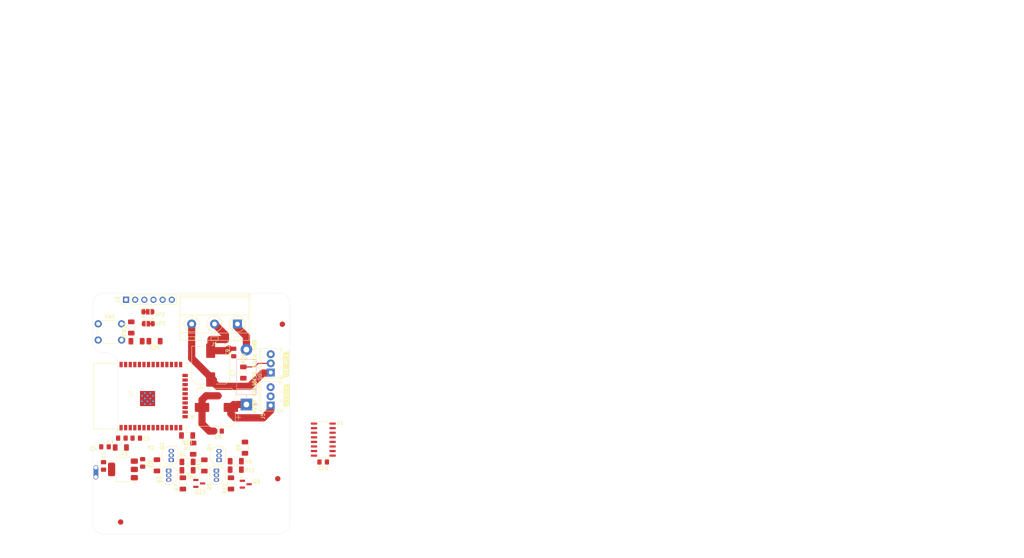
<source format=kicad_pcb>
(kicad_pcb (version 20240108) (generator "pcbnew") (generator_version "8.0")
  (layers (0 "F.Cu" signal) (31 "B.Cu" signal) (34 "B.Paste" user) (35 "F.Paste" user) (36 "B.SilkS" user "B.Silkscreen") (37 "F.SilkS" user "F.Silkscreen") (38 "B.Mask" user) (39 "F.Mask" user) (44 "Edge.Cuts" user))
  (net 0 "")
  (net 1 "GND3")
  (net 2 "+3V3")
  (net 3 "+5V")
  (net 4 "Net-(U2-EN)")
  (net 5 "LED1")
  (net 6 "Net-(J3-Pin_3)")
  (net 10 "Net-(J3-Pin_2)")
  (net 11 "LED2")
  (net 12 "+24V")
  (net 13 "LED3")
  (net 14 "RX")
  (net 15 "TX")
  (net 16 "Net-(Q1-C)")
  (net 17 "Net-(Q1-B)")
  (net 18 "Net-(Q2-B)")
  (net 19 "Net-(Q3-G)")
  (net 20 "Net-(Q4-C)")
  (net 21 "Net-(Q4-B)")
  (net 22 "Net-(Q5-B)")
  (net 23 "Net-(Q13-G)")
  (net 24 "Net-(R1-Pad1)")
  (net 25 "Net-(R3-Pad1)")
  (net 26 "CCT2_CW")
  (net 27 "Net-(R8-Pad1)")
  (net 28 "CCT2_WW")
  (net 29 "CCT1_CW")
  (net 30 "CCT1_WW")
  (net 31 "Net-(U2-IO12)")
  (net 32 "Net-(U2-IO0)")
  (net 33 "Net-(U2-IO2)")
  (net 55 "/CW1")
  (net 56 "/WW1")
  (net 57 "/V_IN")
  (net 58 "GND2")
  (net 59 "GND1")
  (net 60 "LED1_H")
  (net 61 "LED2_H")
  (net 62 "LED3_H")
  (net 63 "Net-(U1-Pad14)")
  (net 64 "Net-(J2-Pin_2)")
  (net 65 "Net-(U1-Pad11)")
  (net 66 "Net-(U1-Pad4)")
  (footprint "Package_TO_SOT_THT:TO-92_Inline" (layer "F.Cu") (at 61.1365 137.216201 90)
    (property "Reference" "Q1" (at 3.962389 -2.584 90) (layer "F.SilkS"))
    (property "Value" "BC327")
    (pad "1" thru_hole rect (at 0 0 90) (size 1.05 1.5) (drill 0.75) (layers "*.Cu" "*.Mask") (net 16 "Net-(Q1-C)"))
    (pad "2" thru_hole oval (at 1.27 0 90) (size 1.05 1.5) (drill 0.75) (layers "*.Cu" "*.Mask") (net 17 "Net-(Q1-B)"))
    (pad "3" thru_hole oval (at 2.54 0 90) (size 1.05 1.5) (drill 0.75) (layers "*.Cu" "*.Mask") (net 12 "+24V"))
  )
  (footprint "Connector_PinHeader_2.54mm:PinHeader_1x06_P2.54mm_Vertical" (layer "F.Cu") (at 48.59 92.76 90)
    (property "Reference" "J3" (at 0 -2.33 90) (layer "F.SilkS"))
    (property "Value" "Conn_01x06_Socket")
    (pad "1" thru_hole rect (at 0 0 90) (size 1.7 1.7) (drill 1) (layers "*.Cu" "*.Mask"))
    (pad "2" thru_hole oval (at 0 2.54 90) (size 1.7 1.7) (drill 1) (layers "*.Cu" "*.Mask") (net 10 "Net-(J3-Pin_2)"))
    (pad "3" thru_hole oval (at 0 5.08 90) (size 1.7 1.7) (drill 1) (layers "*.Cu" "*.Mask") (net 6 "Net-(J3-Pin_3)"))
    (pad "4" thru_hole oval (at 0 7.62 90) (size 1.7 1.7) (drill 1) (layers "*.Cu" "*.Mask"))
    (pad "5" thru_hole oval (at 0 10.16 90) (size 1.7 1.7) (drill 1) (layers "*.Cu" "*.Mask"))
    (pad "6" thru_hole oval (at 0 12.7 90) (size 1.7 1.7) (drill 1) (layers "*.Cu" "*.Mask") (net 1 "GND3"))
  )
  (footprint "Capacitor_SMD:C_1206_3216Metric_Pad1.33x1.80mm_HandSolder" (layer "F.Cu") (at 51.5075 104.27)
    (property "Reference" "R1" (at -3.43 -1.3 360) (layer "F.SilkS"))
    (property "Value" "4k7")
    (pad "1" smd roundrect (at -1.5625 0) (size 1.325 1.8) (layers "F.Cu" "F.Paste" "F.Mask") (roundrect_rratio 0.188679) (net 24 "Net-(R1-Pad1)"))
    (pad "2" smd roundrect (at 1.5625 0) (size 1.325 1.8) (layers "F.Cu" "F.Paste" "F.Mask") (roundrect_rratio 0.188679) (net 1 "GND3"))
  )
  (footprint "NetTie:NetTie-2_SMD_Pad2.0mm" (layer "F.Cu") (at 74.17 103.8 180)
    (property "Reference" "NT1" (hide yes))
    (property "Value" "NetTie_2" (hide yes))
    (fp_poly (pts (xy -2 -1) (xy 2 -1) (xy 2 1) (xy -2 1)) (fill solid) (layer "F.Cu"))
    (pad "1" smd circle (at -2 0 180) (size 2 2) (layers "F.Cu") (net 59 "GND1"))
    (pad "2" smd circle (at 2 0 180) (size 2 2) (layers "F.Cu") (net 58 "GND2"))
  )
  (footprint "Capacitor_SMD:C_1206_3216Metric_Pad1.33x1.80mm_HandSolder" (layer "F.Cu") (at 50.05 100.46 90)
    (property "Reference" "R24" (at 0 -1.85 90) (layer "F.SilkS"))
    (property "Value" "10k")
    (pad "1" smd roundrect (at -1.5625 0 90) (size 1.325 1.8) (layers "F.Cu" "F.Paste" "F.Mask") (roundrect_rratio 0.188679) (net 2 "+3V3"))
    (pad "2" smd roundrect (at 1.5625 0 90) (size 1.325 1.8) (layers "F.Cu" "F.Paste" "F.Mask") (roundrect_rratio 0.188679) (net 32 "Net-(U2-IO0)"))
  )
  (footprint "Capacitor_SMD:C_1206_3216Metric_Pad1.33x1.80mm_HandSolder" (layer "F.Cu") (at 81.59 133.8 90)
    (property "Reference" "R8" (at 0 -1.85 90) (layer "F.SilkS"))
    (property "Value" "10k")
    (pad "1" smd roundrect (at -1.5625 0 90) (size 1.325 1.8) (layers "F.Cu" "F.Paste" "F.Mask") (roundrect_rratio 0.188679) (net 27 "Net-(R8-Pad1)"))
    (pad "2" smd roundrect (at 1.5625 0 90) (size 1.325 1.8) (layers "F.Cu" "F.Paste" "F.Mask") (roundrect_rratio 0.188679) (net 12 "+24V"))
  )
  (footprint "Capacitor_SMD:C_1206_3216Metric_Pad1.33x1.80mm_HandSolder" (layer "F.Cu") (at 57.1653 138.702101 -90)
    (property "Reference" "R5" (at -0.218289 1.7428 90) (layer "F.SilkS"))
    (property "Value" "10k")
    (pad "1" smd roundrect (at -1.5625 0 270) (size 1.325 1.8) (layers "F.Cu" "F.Paste" "F.Mask") (roundrect_rratio 0.188679) (net 26 "CCT2_CW"))
    (pad "2" smd roundrect (at 1.5625 0 270) (size 1.325 1.8) (layers "F.Cu" "F.Paste" "F.Mask") (roundrect_rratio 0.188679) (net 18 "Net-(Q2-B)"))
  )
  (footprint "Fiducial:Fiducial_1.5mm_Mask3mm" (layer "F.Cu") (at 90.69 142.42)
    (property "Reference" "FID2" (hide yes))
    (property "Value" "Fiducial")
    (pad "" smd circle (at 0 0) (size 1.5 1.5) (layers "F.Cu" "F.Mask") (clearance 0.75))
  )
  (footprint "TerminalBlock_MetzConnect:TerminalBlock_MetzConnect_Type701_RT11L03HGLU_1x03_P6.35mm_Horizontal" (layer "F.Cu") (at 79.5 99.5 180)
    (property "Reference" "J1" (at 6.35 -5.56 180) (layer "F.SilkS"))
    (property "Value" "Screw_Terminal_01x03")
    (pad "1" thru_hole rect (at 0 0 180) (size 2.5 2.5) (drill 1.3) (layers "*.Cu" "*.Mask") (net 57 "/V_IN"))
    (pad "2" thru_hole circle (at 6.35 0 180) (size 2.5 2.5) (drill 1.3) (layers "*.Cu" "*.Mask") (net 59 "GND1"))
    (pad "3" thru_hole circle (at 12.7 0 180) (size 2.5 2.5) (drill 1.3) (layers "*.Cu" "*.Mask") (net 3 "+5V"))
  )
  (footprint "MountingHole:MountingHole_3.2mm_M3" (layer "F.Cu") (at 90.06 94.46)
    (property "Reference" "H2" (hide yes))
    (property "Value" "MountingHole")
    (pad "" np_thru_hole circle (at 0 0) (size 3.2 3.2) (drill 3.2) (layers "*.Cu" "*.Mask"))
  )
  (footprint "Package_TO_SOT_SMD:SOT-223-3_TabPin2" (layer "F.Cu") (at 47.74 139.8375 180)
    (property "Reference" "U3" (at -0.34 4.41 360) (layer "F.SilkS"))
    (property "Value" "AMS1117-3.3")
    (pad "1" smd roundrect (at -3.15 -2.3 180) (size 2 1.5) (layers "F.Cu" "F.Paste" "F.Mask") (net 58 "GND2"))
    (pad "2" smd roundrect (at -3.15 0 180) (size 2 1.5) (layers "F.Cu" "F.Paste" "F.Mask") (net 2 "+3V3"))
    (pad "2" smd roundrect (at 3.15 0 180) (size 2 3.8) (layers "F.Cu" "F.Paste" "F.Mask") (net 2 "+3V3"))
    (pad "3" smd roundrect (at -3.15 2.3 180) (size 2 1.5) (layers "F.Cu" "F.Paste" "F.Mask") (net 3 "+5V"))
  )
  (footprint "TerminalBlock_Phoenix:TerminalBlock_Phoenix_MPT-0,5-3-2.54_1x03_P2.54mm_Horizontal" (layer "F.Cu") (at 88.7128 122.099332 90)
    (property "Reference" "J5" (at -2.93975 -2.1428 90) (layer "F.SilkS"))
    (property "Value" "Screw_Terminal_01x03")
    (pad "" np_thru_hole circle (at 0 2.54 90) (size 1.1 1.1) (drill 1.1) (layers "*.Cu" "*.Mask"))
    (pad "" np_thru_hole circle (at 2.54 2.54 90) (size 1.1 1.1) (drill 1.1) (layers "*.Cu" "*.Mask"))
    (pad "" np_thru_hole circle (at 5.08 2.54 90) (size 1.1 1.1) (drill 1.1) (layers "*.Cu" "*.Mask"))
    (pad "1" thru_hole rect (at 0 0 90) (size 2.2 2.2) (drill 1.1) (layers "*.Cu" "*.Mask") (net 12 "+24V"))
    (pad "2" thru_hole circle (at 2.54 0 90) (size 2.2 2.2) (drill 1.1) (layers "*.Cu" "*.Mask") (net 55 "/CW1"))
    (pad "3" thru_hole circle (at 5.08 0 90) (size 2.2 2.2) (drill 1.1) (layers "*.Cu" "*.Mask") (net 56 "/WW1"))
  )
  (footprint "Jumper:SolderJumper-3_P1.3mm_Bridged12_RoundedPad1.0x1.5mm" (layer "F.Cu") (at 54.64 96.1025)
    (property "Reference" "JP2" (at 3.34 0.8 0) (layer "F.SilkS"))
    (property "Value" "SolderJumper_3_Bridged12")
    (fp_poly (pts (xy -0.9 -0.3) (xy -0.4 -0.3) (xy -0.4 0.3) (xy -0.9 0.3)) (fill solid) (layer "F.Cu"))
    (pad "1" smd custom (at -1.3 0) (size 1 0.5) (layers "F.Cu" "F.Mask") (net 14 "RX") (options (clearance outline) (anchor rect)) (primitives (gr_circle (center 0 0.25) (end 0.5 0.25) (width 0) (fill yes)) (gr_circle (center 0 -0.25) (end 0.5 -0.25) (width 0) (fill yes)) (gr_poly (pts (xy 0.55 0.75) (xy 0 0.75) (xy 0 -0.75) (xy 0.55 -0.75)) (width 0) (fill yes))))
    (pad "2" smd rect (at 0 0) (size 1 1.5) (layers "F.Cu" "F.Mask") (net 6 "Net-(J3-Pin_3)"))
    (pad "3" smd custom (at 1.3 0) (size 1 0.5) (layers "F.Cu" "F.Mask") (net 15 "TX") (options (clearance outline) (anchor rect)) (primitives (gr_circle (center 0 0.25) (end 0.5 0.25) (width 0) (fill yes)) (gr_circle (center 0 -0.25) (end 0.5 -0.25) (width 0) (fill yes)) (gr_poly (pts (xy 0 0.75) (xy -0.55 0.75) (xy -0.55 -0.75) (xy 0 -0.75)) (width 0) (fill yes))))
  )
  (footprint "MountingHole:MountingHole_3.2mm_M3" (layer "F.Cu") (at 89.11 147.38)
    (property "Reference" "H3" (hide yes))
    (property "Value" "MountingHole")
    (pad "" np_thru_hole circle (at 0 0) (size 3.2 3.2) (drill 3.2) (layers "*.Cu" "*.Mask"))
  )
  (footprint "Capacitor_SMD:C_1206_3216Metric_Pad1.33x1.80mm_HandSolder" (layer "F.Cu") (at 79.0375 137.563334)
    (property "Reference" "R9" (at 3.525 0.120478 0) (layer "F.SilkS"))
    (property "Value" "22k")
    (pad "1" smd roundrect (at -1.5625 0) (size 1.325 1.8) (layers "F.Cu" "F.Paste" "F.Mask") (roundrect_rratio 0.188679) (net 21 "Net-(Q4-B)"))
    (pad "2" smd roundrect (at 1.5625 0) (size 1.325 1.8) (layers "F.Cu" "F.Paste" "F.Mask") (roundrect_rratio 0.188679) (net 27 "Net-(R8-Pad1)"))
  )
  (footprint "Package_SO:SO-16_3.9x9.9mm_P1.27mm" (layer "F.Cu") (at 103.325 131.565)
    (property "Reference" "U1" (at 4.645 -4.66 360) (layer "F.SilkS"))
    (property "Value" "4049")
    (pad "1" smd roundrect (at -2.575 -4.445) (size 1.75 0.6) (layers "F.Cu" "F.Paste" "F.Mask") (net 3 "+5V"))
    (pad "2" smd roundrect (at -2.575 -3.175) (size 1.75 0.6) (layers "F.Cu" "F.Paste" "F.Mask") (net 65 "Net-(U1-Pad11)"))
    (pad "3" smd roundrect (at -2.575 -1.905) (size 1.75 0.6) (layers "F.Cu" "F.Paste" "F.Mask") (net 11 "LED2"))
    (pad "4" smd roundrect (at -2.575 -0.635) (size 1.75 0.6) (layers "F.Cu" "F.Paste" "F.Mask") (net 66 "Net-(U1-Pad4)"))
    (pad "5" smd roundrect (at -2.575 0.635) (size 1.75 0.6) (layers "F.Cu" "F.Paste" "F.Mask") (net 5 "LED1"))
    (pad "6" smd roundrect (at -2.575 1.905) (size 1.75 0.6) (layers "F.Cu" "F.Paste" "F.Mask") (net 63 "Net-(U1-Pad14)"))
    (pad "7" smd roundrect (at -2.575 3.175) (size 1.75 0.6) (layers "F.Cu" "F.Paste" "F.Mask") (net 13 "LED3"))
    (pad "8" smd roundrect (at -2.575 4.445) (size 1.75 0.6) (layers "F.Cu" "F.Paste" "F.Mask") (net 58 "GND2"))
    (pad "9" smd roundrect (at 2.575 4.445) (size 1.75 0.6) (layers "F.Cu" "F.Paste" "F.Mask") (net 66 "Net-(U1-Pad4)"))
    (pad "10" smd roundrect (at 2.575 3.175) (size 1.75 0.6) (layers "F.Cu" "F.Paste" "F.Mask") (net 60 "LED1_H"))
    (pad "11" smd roundrect (at 2.575 1.905) (size 1.75 0.6) (layers "F.Cu" "F.Paste" "F.Mask") (net 65 "Net-(U1-Pad11)"))
    (pad "12" smd roundrect (at 2.575 0.635) (size 1.75 0.6) (layers "F.Cu" "F.Paste" "F.Mask") (net 61 "LED2_H"))
    (pad "13" smd roundrect (at 2.575 -0.635) (size 1.75 0.6) (layers "F.Cu" "F.Paste" "F.Mask"))
    (pad "14" smd roundrect (at 2.575 -1.905) (size 1.75 0.6) (layers "F.Cu" "F.Paste" "F.Mask") (net 63 "Net-(U1-Pad14)"))
    (pad "15" smd roundrect (at 2.575 -3.175) (size 1.75 0.6) (layers "F.Cu" "F.Paste" "F.Mask") (net 62 "LED3_H"))
    (pad "16" smd roundrect (at 2.575 -4.445) (size 1.75 0.6) (layers "F.Cu" "F.Paste" "F.Mask"))
  )
  (footprint "Capacitor_SMD:C_1206_3216Metric_Pad1.33x1.80mm_HandSolder" (layer "F.Cu") (at 67.22 134.0775 90)
    (property "Reference" "R3" (at 0.608688 -1.8925 90) (layer "F.SilkS"))
    (property "Value" "10k")
    (pad "1" smd roundrect (at -1.5625 0 90) (size 1.325 1.8) (layers "F.Cu" "F.Paste" "F.Mask") (roundrect_rratio 0.188679) (net 25 "Net-(R3-Pad1)"))
    (pad "2" smd roundrect (at 1.5625 0 90) (size 1.325 1.8) (layers "F.Cu" "F.Paste" "F.Mask") (roundrect_rratio 0.188679) (net 12 "+24V"))
  )
  (footprint "Capacitor_SMD:C_1206_3216Metric_Pad1.33x1.80mm_HandSolder" (layer "F.Cu") (at 65.6562 140.072801 180)
    (property "Reference" "R6" (at -0.6013 -1.866011 0) (layer "F.SilkS"))
    (property "Value" "1k")
    (pad "1" smd roundrect (at -1.5625 0 180) (size 1.325 1.8) (layers "F.Cu" "F.Paste" "F.Mask") (roundrect_rratio 0.188679) (net 23 "Net-(Q13-G)"))
    (pad "2" smd roundrect (at 1.5625 0 180) (size 1.325 1.8) (layers "F.Cu" "F.Paste" "F.Mask") (roundrect_rratio 0.188679) (net 16 "Net-(Q1-C)"))
  )
  (footprint "Capacitor_SMD:C_1206_3216Metric_Pad1.33x1.80mm_HandSolder" (layer "F.Cu") (at 70.3253 138.735967 -90)
    (property "Reference" "R10" (at -0.262155 1.6528 90) (layer "F.SilkS"))
    (property "Value" "10k")
    (pad "1" smd roundrect (at -1.5625 0 270) (size 1.325 1.8) (layers "F.Cu" "F.Paste" "F.Mask") (roundrect_rratio 0.188679) (net 28 "CCT2_WW"))
    (pad "2" smd roundrect (at 1.5625 0 270) (size 1.325 1.8) (layers "F.Cu" "F.Paste" "F.Mask") (roundrect_rratio 0.188679) (net 22 "Net-(Q5-B)"))
  )
  (footprint "Capacitor_SMD:C_1206_3216Metric_Pad1.33x1.80mm_HandSolder" (layer "F.Cu") (at 65.54 130.42)
    (property "Reference" "R23" (at 0.0075 1.91 360) (layer "F.SilkS"))
    (property "Value" "10k/DNP")
    (pad "1" smd roundrect (at -1.5625 0) (size 1.325 1.8) (layers "F.Cu" "F.Paste" "F.Mask") (roundrect_rratio 0.188679) (net 31 "Net-(U2-IO12)"))
    (pad "2" smd roundrect (at 1.5625 0) (size 1.325 1.8) (layers "F.Cu" "F.Paste" "F.Mask") (roundrect_rratio 0.188679) (net 1 "GND3"))
  )
  (footprint "kibuzzard-672007E8" (layer "F.Cu") (at 84.15 119.48 90)
    (property "Reference" "kibuzzard-672007E8" (hide yes))
    (property "Value" "G***" (hide yes))
  )
  (footprint "TerminalBlock_Phoenix:TerminalBlock_Phoenix_MPT-0,5-3-2.54_1x03_P2.54mm_Horizontal" (layer "F.Cu") (at 88.74 112.95 90)
    (property "Reference" "J2" (at -3.465967 -3.7247 90) (layer "F.SilkS"))
    (property "Value" "Screw_Terminal_01x03")
    (pad "" np_thru_hole circle (at 0 2.54 90) (size 1.1 1.1) (drill 1.1) (layers "*.Cu" "*.Mask"))
    (pad "" np_thru_hole circle (at 2.54 2.54 90) (size 1.1 1.1) (drill 1.1) (layers "*.Cu" "*.Mask"))
    (pad "" np_thru_hole circle (at 5.08 2.54 90) (size 1.1 1.1) (drill 1.1) (layers "*.Cu" "*.Mask"))
    (pad "1" thru_hole rect (at 0 0 90) (size 2.2 2.2) (drill 1.1) (layers "*.Cu" "*.Mask") (net 3 "+5V"))
    (pad "2" thru_hole circle (at 2.54 0 90) (size 2.2 2.2) (drill 1.1) (layers "*.Cu" "*.Mask") (net 64 "Net-(J2-Pin_2)"))
    (pad "3" thru_hole circle (at 5.08 0 90) (size 2.2 2.2) (drill 1.1) (layers "*.Cu" "*.Mask") (net 58 "GND2"))
  )
  (footprint "Capacitor_SMD:C_0805_2012Metric_Pad1.18x1.45mm_HandSolder" (layer "F.Cu") (at 103.2925 137.78 180)
    (property "Reference" "C10" (at 0 -1.68 360) (layer "F.SilkS"))
    (property "Value" "100n")
    (pad "1" smd roundrect (at -1.0375 0 180) (size 1.175 1.45) (layers "F.Cu" "F.Paste" "F.Mask") (roundrect_rratio 0.212766) (net 3 "+5V"))
    (pad "2" smd roundrect (at 1.0375 0 180) (size 1.175 1.45) (layers "F.Cu" "F.Paste" "F.Mask") (roundrect_rratio 0.212766) (net 58 "GND2"))
  )
  (footprint "Capacitor_SMD:C_1206_3216Metric_Pad1.33x1.80mm_HandSolder" (layer "F.Cu") (at 65.6562 137.761401)
    (property "Reference" "R4" (at -1.3587 -1.902589 0) (layer "F.SilkS"))
    (property "Value" "22k")
    (pad "1" smd roundrect (at -1.5625 0) (size 1.325 1.8) (layers "F.Cu" "F.Paste" "F.Mask") (roundrect_rratio 0.188679) (net 17 "Net-(Q1-B)"))
    (pad "2" smd roundrect (at 1.5625 0) (size 1.325 1.8) (layers "F.Cu" "F.Paste" "F.Mask") (roundrect_rratio 0.188679) (net 25 "Net-(R3-Pad1)"))
  )
  (footprint "Capacitor_SMD:C_0805_2012Metric_Pad1.18x1.45mm_HandSolder" (layer "F.Cu") (at 51.43 131.16)
    (property "Reference" "C5" (at 2.81 0.15 0) (layer "F.SilkS"))
    (property "Value" "1u")
    (pad "1" smd roundrect (at -1.0375 0) (size 1.175 1.45) (layers "F.Cu" "F.Paste" "F.Mask") (roundrect_rratio 0.212766) (net 4 "Net-(U2-EN)"))
    (pad "2" smd roundrect (at 1.0375 0) (size 1.175 1.45) (layers "F.Cu" "F.Paste" "F.Mask") (roundrect_rratio 0.212766) (net 1 "GND3"))
  )
  (footprint "Capacitor_SMD:C_0805_2012Metric_Pad1.18x1.45mm_HandSolder" (layer "F.Cu") (at 53.2 138.03 -90)
    (property "Reference" "C2" (at 0 -1.68 90) (layer "F.SilkS"))
    (property "Value" "330n")
    (pad "1" smd roundrect (at -1.0375 0 270) (size 1.175 1.45) (layers "F.Cu" "F.Paste" "F.Mask") (roundrect_rratio 0.212766) (net 3 "+5V"))
    (pad "2" smd roundrect (at 1.0375 0 270) (size 1.175 1.45) (layers "F.Cu" "F.Paste" "F.Mask") (roundrect_rratio 0.212766) (net 58 "GND2"))
  )
  (footprint "Package_TO_SOT_SMD:SOT-23" (layer "F.Cu") (at 81.8025 143.94)
    (property "Reference" "Q3" (at 3.03 -0.726188 0) (layer "F.SilkS"))
    (property "Value" "AO3400A")
    (pad "1" smd roundrect (at -0.9375 -0.95) (size 1.475 0.6) (layers "F.Cu" "F.Paste" "F.Mask") (net 19 "Net-(Q3-G)"))
    (pad "2" smd roundrect (at -0.9375 0.95) (size 1.475 0.6) (layers "F.Cu" "F.Paste" "F.Mask") (net 59 "GND1"))
    (pad "3" smd roundrect (at 0.9375 0) (size 1.475 0.6) (layers "F.Cu" "F.Paste" "F.Mask") (net 56 "/WW1"))
  )
  (footprint "Capacitor_SMD:C_0805_2012Metric_Pad1.18x1.45mm_HandSolder" (layer "F.Cu") (at 42.7558 133.5618 180)
    (property "Reference" "C4" (at 3.1858 -0.5782 0) (layer "F.SilkS"))
    (property "Value" "10u")
    (pad "1" smd roundrect (at -1.0375 0 180) (size 1.175 1.45) (layers "F.Cu" "F.Paste" "F.Mask") (roundrect_rratio 0.212766) (net 2 "+3V3"))
    (pad "2" smd roundrect (at 1.0375 0 180) (size 1.175 1.45) (layers "F.Cu" "F.Paste" "F.Mask") (roundrect_rratio 0.212766) (net 1 "GND3"))
  )
  (footprint "Jumper:SolderJumper-3_P1.3mm_Bridged12_RoundedPad1.0x1.5mm" (layer "F.Cu") (at 54.78 99.4025 180)
    (property "Reference" "JP1" (at -3.52 0.13 0) (layer "F.SilkS"))
    (property "Value" "SolderJumper_3_Bridged12")
    (fp_poly (pts (xy -0.9 -0.3) (xy -0.4 -0.3) (xy -0.4 0.3) (xy -0.9 0.3)) (fill solid) (layer "F.Cu"))
    (pad "1" smd custom (at -1.3 0 180) (size 1 0.5) (layers "F.Cu" "F.Mask") (net 15 "TX") (options (clearance outline) (anchor rect)) (primitives (gr_circle (center 0 0.25) (end 0.5 0.25) (width 0) (fill yes)) (gr_circle (center 0 -0.25) (end 0.5 -0.25) (width 0) (fill yes)) (gr_poly (pts (xy 0.55 0.75) (xy 0 0.75) (xy 0 -0.75) (xy 0.55 -0.75)) (width 0) (fill yes))))
    (pad "2" smd rect (at 0 0 180) (size 1 1.5) (layers "F.Cu" "F.Mask") (net 10 "Net-(J3-Pin_2)"))
    (pad "3" smd custom (at 1.3 0 180) (size 1 0.5) (layers "F.Cu" "F.Mask") (net 14 "RX") (options (clearance outline) (anchor rect)) (primitives (gr_circle (center 0 0.25) (end 0.5 0.25) (width 0) (fill yes)) (gr_circle (center 0 -0.25) (end 0.5 -0.25) (width 0) (fill yes)) (gr_poly (pts (xy 0 0.75) (xy -0.55 0.75) (xy -0.55 -0.75) (xy 0 -0.75)) (width 0) (fill yes))))
  )
  (footprint "Capacitor_SMD:C_0805_2012Metric_Pad1.18x1.45mm_HandSolder" (layer "F.Cu") (at 42.35 138.8675 90)
    (property "Reference" "C1" (at 2.85 0.1 90) (layer "F.SilkS"))
    (property "Value" "100n")
    (pad "1" smd roundrect (at -1.0375 0 90) (size 1.175 1.45) (layers "F.Cu" "F.Paste" "F.Mask") (roundrect_rratio 0.212766) (net 2 "+3V3"))
    (pad "2" smd roundrect (at 1.0375 0 90) (size 1.175 1.45) (layers "F.Cu" "F.Paste" "F.Mask") (roundrect_rratio 0.212766) (net 1 "GND3"))
  )
  (footprint "Capacitor_SMD:C_1206_3216Metric_Pad1.33x1.80mm_HandSolder" (layer "F.Cu") (at 56.5 104.26 180)
    (property "Reference" "R25" (at 0 -1.85 360) (layer "F.SilkS"))
    (property "Value" "DNP")
    (pad "1" smd roundrect (at -1.5625 0 180) (size 1.325 1.8) (layers "F.Cu" "F.Paste" "F.Mask") (roundrect_rratio 0.188679) (net 33 "Net-(U2-IO2)"))
    (pad "2" smd roundrect (at 1.5625 0 180) (size 1.325 1.8) (layers "F.Cu" "F.Paste" "F.Mask") (roundrect_rratio 0.188679) (net 1 "GND3"))
  )
  (footprint "Capacitor_SMD:C_1206_3216Metric_Pad1.33x1.80mm_HandSolder" (layer "F.Cu") (at 47.15 133.75)
    (property "Reference" "R2" (at 8.3453 0.0943 0) (layer "F.SilkS"))
    (property "Value" "10k")
    (pad "1" smd roundrect (at -1.5625 0) (size 1.325 1.8) (layers "F.Cu" "F.Paste" "F.Mask") (roundrect_rratio 0.188679) (net 2 "+3V3"))
    (pad "2" smd roundrect (at 1.5625 0) (size 1.325 1.8) (layers "F.Cu" "F.Paste" "F.Mask") (roundrect_rratio 0.188679) (net 4 "Net-(U2-EN)"))
  )
  (footprint "Fiducial:Fiducial_1.5mm_Mask3mm" (layer "F.Cu") (at 47.09 154.43)
    (property "Reference" "FID1" (hide yes))
    (property "Value" "Fiducial")
    (pad "" smd circle (at 0 0) (size 1.5 1.5) (layers "F.Cu" "F.Mask") (clearance 0.75))
  )
  (footprint "Capacitor_SMD:CP_Elec_10x10" (layer "F.Cu") (at 72.07 110.9 90)
    (property "Reference" "C7" (at -2.2075 6.07 90) (layer "F.SilkS"))
    (property "Value" "470u")
    (pad "1" smd roundrect (at -4 0 90) (size 4 2.5) (layers "F.Cu" "F.Paste" "F.Mask") (roundrect_rratio 0.1) (net 3 "+5V"))
    (pad "2" smd roundrect (at 4 0 90) (size 4 2.5) (layers "F.Cu" "F.Paste" "F.Mask") (roundrect_rratio 0.1) (net 58 "GND2"))
  )
  (footprint "kibuzzard-670D998F" (layer "F.Cu") (at 93.14 119.25 90)
    (property "Reference" "kibuzzard-670D998F" (hide yes))
    (property "Value" "G***" (hide yes))
  )
  (footprint "Fiducial:Fiducial_1.5mm_Mask3mm" (layer "F.Cu") (at 91.96 99.56)
    (property "Reference" "FID3" (hide yes))
    (property "Value" "Fiducial")
    (pad "" smd circle (at 0 0) (size 1.5 1.5) (layers "F.Cu" "F.Mask") (clearance 0.75))
  )
  (footprint "Capacitor_SMD:C_0805_2012Metric_Pad1.18x1.45mm_HandSolder" (layer "F.Cu") (at 47.4358 131.1606 180)
    (property "Reference" "C3" (at 3.2858 -1.1994 0) (layer "F.SilkS"))
    (property "Value" "100n")
    (pad "1" smd roundrect (at -1.0375 0 180) (size 1.175 1.45) (layers "F.Cu" "F.Paste" "F.Mask") (roundrect_rratio 0.212766) (net 2 "+3V3"))
    (pad "2" smd roundrect (at 1.0375 0 180) (size 1.175 1.45) (layers "F.Cu" "F.Paste" "F.Mask") (roundrect_rratio 0.212766) (net 1 "GND3"))
  )
  (footprint "kibuzzard-670EF243" (layer "F.Cu") (at 84.2 109.22 90)
    (property "Reference" "kibuzzard-670EF243" (hide yes))
    (property "Value" "G***" (hide yes))
  )
  (footprint "Capacitor_SMD:C_1206_3216Metric_Pad1.33x1.80mm_HandSolder" (layer "F.Cu") (at 81.14 112.96 90)
    (property "Reference" "R26" (at 3.9 0.075 90) (layer "F.SilkS"))
    (property "Value" "1k")
    (pad "1" smd roundrect (at -1.5625 0 90) (size 1.325 1.8) (layers "F.Cu" "F.Paste" "F.Mask") (roundrect_rratio 0.188679) (net 60 "LED1_H"))
    (pad "2" smd roundrect (at 1.5625 0 90) (size 1.325 1.8) (layers "F.Cu" "F.Paste" "F.Mask") (roundrect_rratio 0.188679) (net 64 "Net-(J2-Pin_2)"))
  )
  (footprint "Button_Switch_THT:SW_PUSH_6mm_H5mm" (layer "F.Cu") (at 40.87 99.44)
    (property "Reference" "SW1" (at 3.25 -2 0) (layer "F.SilkS"))
    (property "Value" "Boot")
    (pad "1" thru_hole circle (at 0 0 90) (size 2 2) (drill 1.1) (layers "*.Cu" "*.Mask") (net 32 "Net-(U2-IO0)"))
    (pad "1" thru_hole circle (at 6.5 0 90) (size 2 2) (drill 1.1) (layers "*.Cu" "*.Mask") (net 32 "Net-(U2-IO0)"))
    (pad "2" thru_hole circle (at 0 4.5 90) (size 2 2) (drill 1.1) (layers "*.Cu" "*.Mask") (net 24 "Net-(R1-Pad1)"))
    (pad "2" thru_hole circle (at 6.5 4.5 90) (size 2 2) (drill 1.1) (layers "*.Cu" "*.Mask") (net 24 "Net-(R1-Pad1)"))
  )
  (footprint "Package_TO_SOT_THT:TO-92_Inline" (layer "F.Cu") (at 60.4165 140.188001 -90)
    (property "Reference" "Q2" (at 2.485811 2.724 90) (layer "F.SilkS"))
    (property "Value" "BC337")
    (pad "1" thru_hole rect (at 0 0 270) (size 1.05 1.5) (drill 0.75) (layers "*.Cu" "*.Mask") (net 17 "Net-(Q1-B)"))
    (pad "2" thru_hole oval (at 1.27 0 270) (size 1.05 1.5) (drill 0.75) (layers "*.Cu" "*.Mask") (net 18 "Net-(Q2-B)"))
    (pad "3" thru_hole oval (at 2.54 0 270) (size 1.05 1.5) (drill 0.75) (layers "*.Cu" "*.Mask") (net 59 "GND1"))
  )
  (footprint "Package_TO_SOT_SMD:SOT-23" (layer "F.Cu") (at 68.8975 143.72)
    (property "Reference" "Q13" (at 0.345 2.453812 0) (layer "F.SilkS"))
    (property "Value" "AO3400A")
    (pad "1" smd roundrect (at -0.9375 -0.95) (size 1.475 0.6) (layers "F.Cu" "F.Paste" "F.Mask") (net 23 "Net-(Q13-G)"))
    (pad "2" smd roundrect (at -0.9375 0.95) (size 1.475 0.6) (layers "F.Cu" "F.Paste" "F.Mask") (net 59 "GND1"))
    (pad "3" smd roundrect (at 0.9375 0) (size 1.475 0.6) (layers "F.Cu" "F.Paste" "F.Mask") (net 55 "/CW1"))
  )
  (footprint "kibuzzard-670D983B" (layer "F.Cu") (at 93.01 110.7 90)
    (property "Reference" "kibuzzard-670D983B" (hide yes))
    (property "Value" "G***" (hide yes))
  )
  (footprint "MountingHole:MountingHole_3.2mm_M3" (layer "F.Cu") (at 42.74 94.46)
    (property "Reference" "H4" (hide yes))
    (property "Value" "MountingHole")
    (pad "" np_thru_hole circle (at 0 0) (size 3.2 3.2) (drill 3.2) (layers "*.Cu" "*.Mask"))
  )
  (footprint "Package_TO_SOT_THT:TO-92_Inline" (layer "F.Cu") (at 73.675 140.19 -90)
    (property "Reference" "Q5" (at 4.383812 2.0125 90) (layer "F.SilkS"))
    (property "Value" "BC337")
    (pad "1" thru_hole rect (at 0 0 270) (size 1.05 1.5) (drill 0.75) (layers "*.Cu" "*.Mask") (net 21 "Net-(Q4-B)"))
    (pad "2" thru_hole oval (at 1.27 0 270) (size 1.05 1.5) (drill 0.75) (layers "*.Cu" "*.Mask") (net 22 "Net-(Q5-B)"))
    (pad "3" thru_hole oval (at 2.54 0 270) (size 1.05 1.5) (drill 0.75) (layers "*.Cu" "*.Mask") (net 59 "GND1"))
  )
  (footprint "Capacitor_SMD:C_1206_3216Metric_Pad1.33x1.80mm_HandSolder" (layer "F.Cu") (at 79.0375 139.891667 180)
    (property "Reference" "R11" (at -3.915 -0.202145 0) (layer "F.SilkS"))
    (property "Value" "1k")
    (pad "1" smd roundrect (at -1.5625 0 180) (size 1.325 1.8) (layers "F.Cu" "F.Paste" "F.Mask") (roundrect_rratio 0.188679) (net 19 "Net-(Q3-G)"))
    (pad "2" smd roundrect (at 1.5625 0 180) (size 1.325 1.8) (layers "F.Cu" "F.Paste" "F.Mask") (roundrect_rratio 0.188679) (net 20 "Net-(Q4-C)"))
  )
  (footprint "Library_Pia:ESP32-Wroom-32" (layer "F.Cu") (at 50.433 118.9432 90)
    (property "Reference" "U2" (at 0 -0.5 90) (layer "F.SilkS") (effects (font (thickness 0.1))))
    (property "Value" "ESP32-WROOM-32")
    (pad "1" smd rect (at -9.3 -3.21 90) (size 1.5 0.9) (layers "F.Cu" "F.Paste" "F.Mask") (net 1 "GND3"))
    (pad "2" smd rect (at -9.3 -1.94 90) (size 1.5 0.9) (layers "F.Cu" "F.Paste" "F.Mask") (net 2 "+3V3"))
    (pad "3" smd rect (at -9.3 -0.67 90) (size 1.5 0.9) (layers "F.Cu" "F.Paste" "F.Mask") (net 4 "Net-(U2-EN)"))
    (pad "4" smd rect (at -9.3 0.6 90) (size 1.5 0.9) (layers "F.Cu" "F.Paste" "F.Mask"))
    (pad "5" smd rect (at -9.3 1.87 90) (size 1.5 0.9) (layers "F.Cu" "F.Paste" "F.Mask"))
    (pad "6" smd rect (at -9.3 3.14 90) (size 1.5 0.9) (layers "F.Cu" "F.Paste" "F.Mask"))
    (pad "7" smd rect (at -9.3 4.41 90) (size 1.5 0.9) (layers "F.Cu" "F.Paste" "F.Mask"))
    (pad "8" smd rect (at -9.3 5.68 90) (size 1.5 0.9) (layers "F.Cu" "F.Paste" "F.Mask") (net 26 "CCT2_CW"))
    (pad "9" smd rect (at -9.3 6.95 90) (size 1.5 0.9) (layers "F.Cu" "F.Paste" "F.Mask") (net 28 "CCT2_WW"))
    (pad "10" smd rect (at -9.3 8.22 90) (size 1.5 0.9) (layers "F.Cu" "F.Paste" "F.Mask") (net 13 "LED3"))
    (pad "11" smd rect (at -9.3 9.49 90) (size 1.5 0.9) (layers "F.Cu" "F.Paste" "F.Mask") (net 29 "CCT1_CW"))
    (pad "12" smd rect (at -9.3 10.76 90) (size 1.5 0.9) (layers "F.Cu" "F.Paste" "F.Mask") (net 30 "CCT1_WW"))
    (pad "13" smd rect (at -9.3 12.03 90) (size 1.5 0.9) (layers "F.Cu" "F.Paste" "F.Mask"))
    (pad "14" smd rect (at -9.3 13.3 90) (size 1.5 0.9) (layers "F.Cu" "F.Paste" "F.Mask") (net 31 "Net-(U2-IO12)"))
    (pad "15" smd rect (at -6.26 14.55 180) (size 1.5 0.9) (layers "F.Cu" "F.Paste" "F.Mask") (net 1 "GND3"))
    (pad "16" smd rect (at -4.99 14.55 180) (size 1.5 0.9) (layers "F.Cu" "F.Paste" "F.Mask"))
    (pad "17" smd rect (at -3.72 14.55 180) (size 1.5 0.9) (layers "F.Cu" "F.Paste" "F.Mask"))
    (pad "18" smd rect (at -2.45 14.55 180) (size 1.5 0.9) (layers "F.Cu" "F.Paste" "F.Mask"))
    (pad "19" smd rect (at -1.18 14.55 180) (size 1.5 0.9) (layers "F.Cu" "F.Paste" "F.Mask"))
    (pad "20" smd rect (at 0.09 14.55 180) (size 1.5 0.9) (layers "F.Cu" "F.Paste" "F.Mask"))
    (pad "21" smd rect (at 1.36 14.55 180) (size 1.5 0.9) (layers "F.Cu" "F.Paste" "F.Mask"))
    (pad "22" smd rect (at 2.63 14.55 180) (size 1.5 0.9) (layers "F.Cu" "F.Paste" "F.Mask"))
    (pad "23" smd rect (at 3.9 14.55 180) (size 1.5 0.9) (layers "F.Cu" "F.Paste" "F.Mask"))
    (pad "24" smd rect (at 5.17 14.55 180) (size 1.5 0.9) (layers "F.Cu" "F.Paste" "F.Mask") (net 33 "Net-(U2-IO2)"))
    (pad "25" smd rect (at 8.2 13.3 90) (size 1.5 0.9) (layers "F.Cu" "F.Paste" "F.Mask") (net 32 "Net-(U2-IO0)"))
    (pad "26" smd rect (at 8.2 12.03 90) (size 1.5 0.9) (layers "F.Cu" "F.Paste" "F.Mask"))
    (pad "27" smd rect (at 8.2 10.76 90) (size 1.5 0.9) (layers "F.Cu" "F.Paste" "F.Mask"))
    (pad "28" smd rect (at 8.2 9.49 90) (size 1.5 0.9) (layers "F.Cu" "F.Paste" "F.Mask"))
    (pad "29" smd rect (at 8.2 8.22 90) (size 1.5 0.9) (layers "F.Cu" "F.Paste" "F.Mask"))
    (pad "30" smd rect (at 8.2 6.95 90) (size 1.5 0.9) (layers "F.Cu" "F.Paste" "F.Mask"))
    (pad "31" smd rect (at 8.2 5.68 90) (size 1.5 0.9) (layers "F.Cu" "F.Paste" "F.Mask"))
    (pad "32" smd rect (at 8.2 4.41 90) (size 1.5 0.9) (layers "F.Cu" "F.Paste" "F.Mask"))
    (pad "33" smd rect (at 8.2 3.14 90) (size 1.5 0.9) (layers "F.Cu" "F.Paste" "F.Mask"))
    (pad "34" smd rect (at 8.2 1.87 90) (size 1.5 0.9) (layers "F.Cu" "F.Paste" "F.Mask") (net 15 "TX"))
    (pad "35" smd rect (at 8.2 0.6 90) (size 1.5 0.9) (layers "F.Cu" "F.Paste" "F.Mask") (net 14 "RX"))
    (pad "36" smd rect (at 8.2 -0.67 90) (size 1.5 0.9) (layers "F.Cu" "F.Paste" "F.Mask") (net 11 "LED2"))
    (pad "37" smd rect (at 8.2 -1.94 90) (size 1.5 0.9) (layers "F.Cu" "F.Paste" "F.Mask") (net 5 "LED1"))
    (pad "38" smd rect (at 8.2 -3.21 90) (size 1.5 0.9) (layers "F.Cu" "F.Paste" "F.Mask") (net 1 "GND3"))
    (pad "39" smd rect (at -2.755 2.605 90) (size 1.05 1.05) (layers "F.Cu" "F.Paste") (net 1 "GND3"))
    (pad "39" thru_hole circle (at -2.755 3.3675 90) (size 0.6 0.6) (drill 0.2) (property pad_prop_heatsink) (layers "*.Cu" "F.Mask") (net 1 "GND3"))
    (pad "39" smd rect (at -2.755 4.13 90) (size 1.05 1.05) (layers "F.Cu" "F.Paste") (net 1 "GND3"))
    (pad "39" thru_hole circle (at -2.755 4.8925 90) (size 0.6 0.6) (drill 0.2) (property pad_prop_heatsink) (layers "*.Cu" "F.Mask") (net 1 "GND3"))
    (pad "39" smd rect (at -2.755 5.655 90) (size 1.05 1.05) (layers "F.Cu" "F.Paste") (net 1 "GND3"))
    (pad "39" thru_hole circle (at -1.9925 2.605 90) (size 0.6 0.6) (drill 0.2) (property pad_prop_heatsink) (layers "*.Cu" "F.Mask") (net 1 "GND3"))
    (pad "39" thru_hole circle (at -1.9925 4.13 90) (size 0.6 0.6) (drill 0.2) (property pad_prop_heatsink) (layers "*.Cu" "F.Mask") (net 1 "GND3"))
    (pad "39" thru_hole circle (at -1.9925 5.655 90) (size 0.6 0.6) (drill 0.2) (property pad_prop_heatsink) (layers "*.Cu" "F.Mask") (net 1 "GND3"))
    (pad "39" smd rect (at -1.23 2.605 90) (size 1.05 1.05) (layers "F.Cu" "F.Paste") (net 1 "GND3"))
    (pad "39" thru_hole circle (at -1.23 3.3675 90) (size 0.6 0.6) (drill 0.2) (property pad_prop_heatsink) (layers "*.Cu" "F.Mask") (net 1 "GND3"))
    (pad "39" smd rect (at -1.23 4.13 90) (size 1.05 1.05) (layers "F.Cu" "F.Paste") (net 1 "GND3"))
    (pad "39" smd rect (at -1.23 4.13 90) (size 4.2 4.2) (layers "F.Cu" "F.Mask") (net 1 "GND3"))
    (pad "39" thru_hole circle (at -1.23 4.8925 90) (size 0.6 0.6) (drill 0.2) (property pad_prop_heatsink) (layers "*.Cu" "F.Mask") (net 1 "GND3"))
    (pad "39" smd rect (at -1.23 5.655 90) (size 1.05 1.05) (layers "F.Cu" "F.Paste") (net 1 "GND3"))
    (pad "39" thru_hole circle (at -0.4675 2.605 90) (size 0.6 0.6) (drill 0.2) (property pad_prop_heatsink) (layers "*.Cu" "F.Mask") (net 1 "GND3"))
    (pad "39" thru_hole circle (at -0.4675 4.13 90) (size 0.6 0.6) (drill 0.2) (property pad_prop_heatsink) (layers "*.Cu" "F.Mask") (net 1 "GND3"))
    (pad "39" thru_hole circle (at -0.4675 5.655 90) (size 0.6 0.6) (drill 0.2) (property pad_prop_heatsink) (layers "*.Cu" "F.Mask") (net 1 "GND3"))
    (pad "39" smd rect (at 0.295 2.605 90) (size 1.05 1.05) (layers "F.Cu" "F.Paste") (net 1 "GND3"))
    (pad "39" thru_hole circle (at 0.295 3.3675 90) (size 0.6 0.6) (drill 0.2) (property pad_prop_heatsink) (layers "*.Cu" "F.Mask") (net 1 "GND3"))
    (pad "39" smd rect (at 0.295 4.13 90) (size 1.05 1.05) (layers "F.Cu" "F.Paste") (net 1 "GND3"))
    (pad "39" thru_hole circle (at 0.295 4.8925 90) (size 0.6 0.6) (drill 0.2) (property pad_prop_heatsink) (layers "*.Cu" "F.Mask") (net 1 "GND3"))
    (pad "39" smd rect (at 0.295 5.655 90) (size 1.05 1.05) (layers "F.Cu" "F.Paste") (net 1 "GND3"))
  )
  (footprint "Package_TO_SOT_THT:TO-92_Inline" (layer "F.Cu") (at 74.3937 137.262767 90)
    (property "Reference" "Q4" (at 3.638955 -2.7712 90) (layer "F.SilkS"))
    (property "Value" "BC327")
    (pad "1" thru_hole rect (at 0 0 90) (size 1.05 1.5) (drill 0.75) (layers "*.Cu" "*.Mask") (net 20 "Net-(Q4-C)"))
    (pad "2" thru_hole oval (at 1.27 0 90) (size 1.05 1.5) (drill 0.75) (layers "*.Cu" "*.Mask") (net 21 "Net-(Q4-B)"))
    (pad "3" thru_hole oval (at 2.54 0 90) (size 1.05 1.5) (drill 0.75) (layers "*.Cu" "*.Mask") (net 12 "+24V"))
  )
  (footprint "Capacitor_SMD:C_1206_3216Metric_Pad1.33x1.80mm_HandSolder" (layer "F.Cu") (at 77.705 143.72 90)
    (property "Reference" "R12" (at -1.403812 -1.6925 90) (layer "F.SilkS"))
    (property "Value" "1k")
    (pad "1" smd roundrect (at -1.5625 0 90) (size 1.325 1.8) (layers "F.Cu" "F.Paste" "F.Mask") (roundrect_rratio 0.188679) (net 59 "GND1"))
    (pad "2" smd roundrect (at 1.5625 0 90) (size 1.325 1.8) (layers "F.Cu" "F.Paste" "F.Mask") (roundrect_rratio 0.188679) (net 19 "Net-(Q3-G)"))
  )
  (footprint "MountingHole:MountingHole_3.2mm_M3" (layer "F.Cu") (at 42 152.45)
    (property "Reference" "H1" (hide yes))
    (property "Value" "MountingHole")
    (pad "" np_thru_hole circle (at 0 0) (size 3.2 3.2) (drill 3.2) (layers "*.Cu" "*.Mask"))
  )
  (footprint "Capacitor_SMD:CP_Elec_10x10" (layer "F.Cu") (at 73.68 122.63 180)
    (property "Reference" "C6" (at 7.1 -2.67 360) (layer "F.SilkS"))
    (property "Value" "470u")
    (pad "1" smd roundrect (at -4 0 180) (size 4 2.5) (layers "F.Cu" "F.Paste" "F.Mask") (roundrect_rratio 0.1) (net 12 "+24V"))
    (pad "2" smd roundrect (at 4 0 180) (size 4 2.5) (layers "F.Cu" "F.Paste" "F.Mask") (roundrect_rratio 0.1) (net 59 "GND1"))
  )
  (footprint "Capacitor_SMD:C_0805_2012Metric_Pad1.18x1.45mm_HandSolder" (layer "F.Cu") (at 74.12 129.2 180)
    (property "Reference" "C8" (at 0 -1.68 360) (layer "F.SilkS"))
    (property "Value" "330n")
    (pad "1" smd roundrect (at -1.0375 0 180) (size 1.175 1.45) (layers "F.Cu" "F.Paste" "F.Mask") (roundrect_rratio 0.212766) (net 12 "+24V"))
    (pad "2" smd roundrect (at 1.0375 0 180) (size 1.175 1.45) (layers "F.Cu" "F.Paste" "F.Mask") (roundrect_rratio 0.212766) (net 59 "GND1"))
  )
  (footprint "Capacitor_SMD:C_0805_2012Metric_Pad1.18x1.45mm_HandSolder" (layer "F.Cu") (at 78.48 107.4 90)
    (property "Reference" "C9" (at 0 -1.68 90) (layer "F.SilkS"))
    (property "Value" "330n")
    (pad "1" smd roundrect (at -1.0375 0 90) (size 1.175 1.45) (layers "F.Cu" "F.Paste" "F.Mask") (roundrect_rratio 0.212766) (net 3 "+5V"))
    (pad "2" smd roundrect (at 1.0375 0 90) (size 1.175 1.45) (layers "F.Cu" "F.Paste" "F.Mask") (roundrect_rratio 0.212766) (net 58 "GND2"))
  )
  (footprint "Capacitor_SMD:C_1206_3216Metric_Pad1.33x1.80mm_HandSolder" (layer "F.Cu") (at 64.36 143.72 90)
    (property "Reference" "R7" (at -1.166312 -1.7725 90) (layer "F.SilkS"))
    (property "Value" "1k")
    (pad "1" smd roundrect (at -1.5625 0 90) (size 1.325 1.8) (layers "F.Cu" "F.Paste" "F.Mask") (roundrect_rratio 0.188679) (net 59 "GND1"))
    (pad "2" smd roundrect (at 1.5625 0 90) (size 1.325 1.8) (layers "F.Cu" "F.Paste" "F.Mask") (roundrect_rratio 0.188679) (net 23 "Net-(Q13-G)"))
  )
  (footprint "NetTie:NetTie-2_THT_Pad1.0mm" (layer "B.Cu") (at 40.2225 141.94 90)
    (property "Reference" "NT2" (hide yes))
    (property "Value" "NetTie_2" (hide yes))
    (fp_poly (pts (xy 0 0.65) (xy 2.6 0.65) (xy 2.6 -0.65) (xy 0 -0.65)) (fill solid) (layer "F.Cu"))
    (fp_poly (pts (xy 0 0.65) (xy 2.6 0.65) (xy 2.6 -0.65) (xy 0 -0.65)) (fill solid) (layer "B.Cu"))
    (pad "1" thru_hole circle (at 0 0 90) (size 1.3 1.3) (drill 1) (layers "*.Cu") (net 58 "GND2"))
    (pad "2" thru_hole circle (at 2.6 0 90) (size 1.3 1.3) (drill 1) (layers "*.Cu") (net 1 "GND3"))
  )
  (footprint "Diode_THT:D_DO-201AD_P15.24mm_Horizontal" (layer "B.Cu") (at 81.99 121.83 90)
    (property "Reference" "D2" (at 7.62 3.72 90) (layer "B.SilkS") (effects (justify mirror)))
    (property "Value" "SR 804 TSC")
    (fp_text user "K" (at 0 2.6 90) (layer "B.SilkS") (effects (justify mirror)))
    (pad "1" thru_hole rect (at 0 0 90) (size 3.2 3.2) (drill 1.6) (layers "*.Cu" "*.Mask") (net 12 "+24V"))
    (pad "2" thru_hole oval (at 15.24 0 90) (size 3.2 3.2) (drill 1.6) (layers "*.Cu" "*.Mask") (net 57 "/V_IN"))
  )
  (gr_line (start 46.28 110.5) (end 46.27 128.49) (stroke (width 0.05)) (layer "Edge.Cuts"))
  (gr_line (start 39.351609 154.781609) (end 39.38 134.49) (stroke (width 0.05)) (layer "Edge.Cuts"))
  (gr_line (start 43.27 107.49) (end 42.38 107.495) (stroke (width 0.05)) (layer "Edge.Cuts"))
  (gr_arc (start 39.3586 93.9624) (mid 40.240209 91.834009) (end 42.3686 90.9524) (stroke (width 0.05)) (layer "Edge.Cuts"))
  (gr_line (start 42.361609 157.791609) (end 91.031609 157.801609) (stroke (width 0.05)) (layer "Edge.Cuts"))
  (gr_line (start 94.041609 154.791609) (end 94.05 93.93) (stroke (width 0.05)) (layer "Edge.Cuts"))
  (gr_arc (start 42.361609 157.791609) (mid 40.233218 156.91) (end 39.351609 154.781609) (stroke (width 0.05)) (layer "Edge.Cuts"))
  (gr_line (start 91.04 90.92) (end 42.3686 90.9524) (stroke (width 0.05)) (layer "Edge.Cuts"))
  (gr_arc (start 46.27 128.49) (mid 45.388391 130.618391) (end 43.26 131.5) (stroke (width 0.05)) (layer "Edge.Cuts"))
  (gr_arc (start 39.38 134.49) (mid 40.261609 132.361609) (end 42.39 131.48) (stroke (width 0.05)) (layer "Edge.Cuts"))
  (gr_line (start 43.26 131.5) (end 42.39 131.48) (stroke (width 0.05)) (layer "Edge.Cuts"))
  (gr_arc (start 94.041609 154.791609) (mid 93.16 156.92) (end 91.031609 157.801609) (stroke (width 0.05)) (layer "Edge.Cuts"))
  (gr_arc (start 91.04 90.92) (mid 93.168391 91.801609) (end 94.05 93.93) (stroke (width 0.05)) (layer "Edge.Cuts"))
  (gr_arc (start 42.38 107.495) (mid 40.251609 106.613391) (end 39.37 104.485) (stroke (width 0.05)) (layer "Edge.Cuts"))
  (gr_line (start 39.3586 93.9624) (end 39.37 104.485) (stroke (width 0.05)) (layer "Edge.Cuts"))
  (gr_arc (start 43.27 107.49) (mid 45.398391 108.371609) (end 46.28 110.5) (stroke (width 0.05)) (layer "Edge.Cuts"))
  (segment (start 72.835 115.665) (end 73.955 116.785) (width 2) (layer "F.Cu") (net 3))
  (segment (start 72.835 115.025) (end 72.835 115.665) (width 2) (layer "F.Cu") (net 3))
  (segment (start 66.8 99.5) (end 66.8 108.99) (width 2) (layer "F.Cu") (net 3))
  (segment (start 82.865 116.785) (end 86.54 113.11) (width 2) (layer "F.Cu") (net 3))
  (segment (start 73.955 116.785) (end 82.865 116.785) (width 2) (layer "F.Cu") (net 3))
  (segment (start 66.8 108.99) (end 72.835 115.025) (width 2) (layer "F.Cu") (net 3))
  (segment (start 72.07 114.9) (end 72.835 115.665) (width 2) (layer "F.Cu") (net 3))
  (segment (start 86.54 113.11) (end 88.74 113.11) (width 2) (layer "F.Cu") (net 3))
  (segment (start 78.83 125.52) (end 77.68 124.37) (width 2) (layer "F.Cu") (net 12))
  (segment (start 88.7128 123.4972) (end 86.69 125.52) (width 2) (layer "F.Cu") (net 12))
  (segment (start 86.69 125.52) (end 78.83 125.52) (width 2) (layer "F.Cu") (net 12))
  (segment (start 81.99 121.83) (end 78.48 121.83) (width 2) (layer "F.Cu") (net 12))
  (segment (start 88.7128 122.259332) (end 88.7128 123.4972) (width 2) (layer "F.Cu") (net 12))
  (segment (start 78.48 121.83) (end 77.68 122.63) (width 2) (layer "F.Cu") (net 12))
  (segment (start 77.68 124.37) (end 77.68 122.63) (width 2) (layer "F.Cu") (net 12))
  (segment (start 81.99 102.94) (end 79.5 100.45) (width 2) (layer "F.Cu") (net 57))
  (segment (start 79.5 100.45) (end 79.5 99.5) (width 2) (layer "F.Cu") (net 57))
  (segment (start 81.99 106.59) (end 81.99 102.94) (width 2) (layer "F.Cu") (net 57))
  (segment (start 72.07 106.9) (end 76.581778 106.9) (width 2) (layer "F.Cu") (net 58))
  (segment (start 72.17 103.8) (end 72.17 106.8) (width 2) (layer "F.Cu") (net 58))
  (segment (start 72.17 106.8) (end 72.07 106.9) (width 2) (layer "F.Cu") (net 58))
  (segment (start 76.581778 106.9) (end 77.066778 106.415) (width 2) (layer "F.Cu") (net 58))
  (segment (start 69.68 122.63) (end 69.68 127.17) (width 2) (layer "F.Cu") (net 59))
  (segment (start 71.71 129.2) (end 72.97 129.2) (width 2) (layer "F.Cu") (net 59))
  (segment (start 74.15 119.41) (end 70.81 119.41) (width 2) (layer "F.Cu") (net 59))
  (segment (start 70.81 119.41) (end 69.68 120.54) (width 2) (layer "F.Cu") (net 59))
  (segment (start 76.17 103.8) (end 76.17 102.52) (width 2) (layer "F.Cu") (net 59))
  (segment (start 76.17 103.8) (end 76.155 103.815) (width 2) (layer "F.Cu") (net 59))
  (segment (start 69.68 127.17) (end 71.71 129.2) (width 2) (layer "F.Cu") (net 59))
  (segment (start 76.17 102.52) (end 73.15 99.5) (width 2) (layer "F.Cu") (net 59))
  (segment (start 69.68 120.54) (end 69.68 122.63) (width 2) (layer "F.Cu") (net 59))
  (segment (start 81.14 111.3975) (end 84.2825 111.3975) (width 0.3) (layer "F.Cu") (net 64))
  (segment (start 84.2825 111.3975) (end 85.27 110.41) (width 0.3) (layer "F.Cu") (net 64))
  (segment (start 85.27 110.41) (end 88.74 110.41) (width 0.3) (layer "F.Cu") (net 64))
)
</source>
